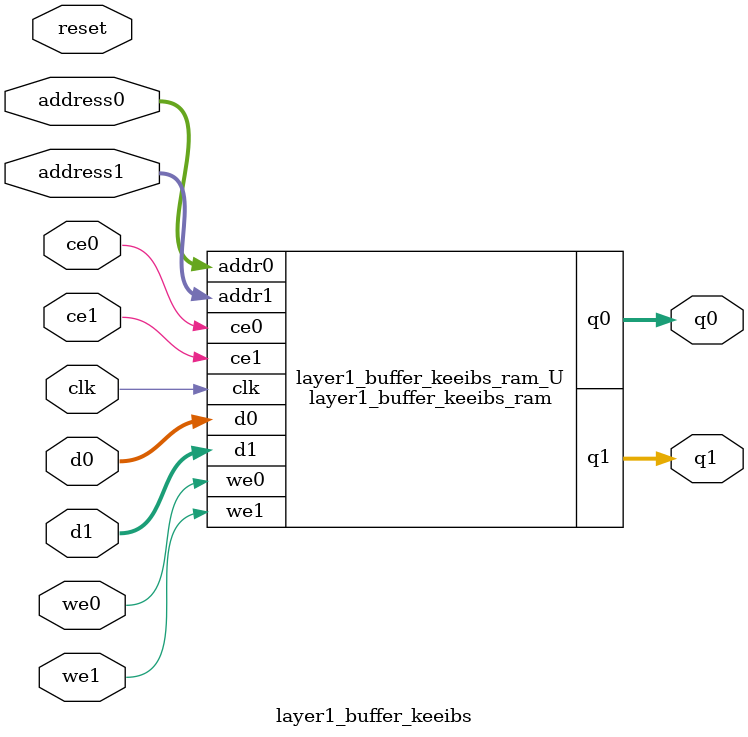
<source format=v>
`timescale 1 ns / 1 ps
module layer1_buffer_keeibs_ram (addr0, ce0, d0, we0, q0, addr1, ce1, d1, we1, q1,  clk);

parameter DWIDTH = 4;
parameter AWIDTH = 9;
parameter MEM_SIZE = 340;

input[AWIDTH-1:0] addr0;
input ce0;
input[DWIDTH-1:0] d0;
input we0;
output reg[DWIDTH-1:0] q0;
input[AWIDTH-1:0] addr1;
input ce1;
input[DWIDTH-1:0] d1;
input we1;
output reg[DWIDTH-1:0] q1;
input clk;

(* ram_style = "block" *)reg [DWIDTH-1:0] ram[0:MEM_SIZE-1];




always @(posedge clk)  
begin 
    if (ce0) 
    begin
        if (we0) 
        begin 
            ram[addr0] <= d0; 
        end 
        q0 <= ram[addr0];
    end
end


always @(posedge clk)  
begin 
    if (ce1) 
    begin
        if (we1) 
        begin 
            ram[addr1] <= d1; 
        end 
        q1 <= ram[addr1];
    end
end


endmodule

`timescale 1 ns / 1 ps
module layer1_buffer_keeibs(
    reset,
    clk,
    address0,
    ce0,
    we0,
    d0,
    q0,
    address1,
    ce1,
    we1,
    d1,
    q1);

parameter DataWidth = 32'd4;
parameter AddressRange = 32'd340;
parameter AddressWidth = 32'd9;
input reset;
input clk;
input[AddressWidth - 1:0] address0;
input ce0;
input we0;
input[DataWidth - 1:0] d0;
output[DataWidth - 1:0] q0;
input[AddressWidth - 1:0] address1;
input ce1;
input we1;
input[DataWidth - 1:0] d1;
output[DataWidth - 1:0] q1;



layer1_buffer_keeibs_ram layer1_buffer_keeibs_ram_U(
    .clk( clk ),
    .addr0( address0 ),
    .ce0( ce0 ),
    .we0( we0 ),
    .d0( d0 ),
    .q0( q0 ),
    .addr1( address1 ),
    .ce1( ce1 ),
    .we1( we1 ),
    .d1( d1 ),
    .q1( q1 ));

endmodule


</source>
